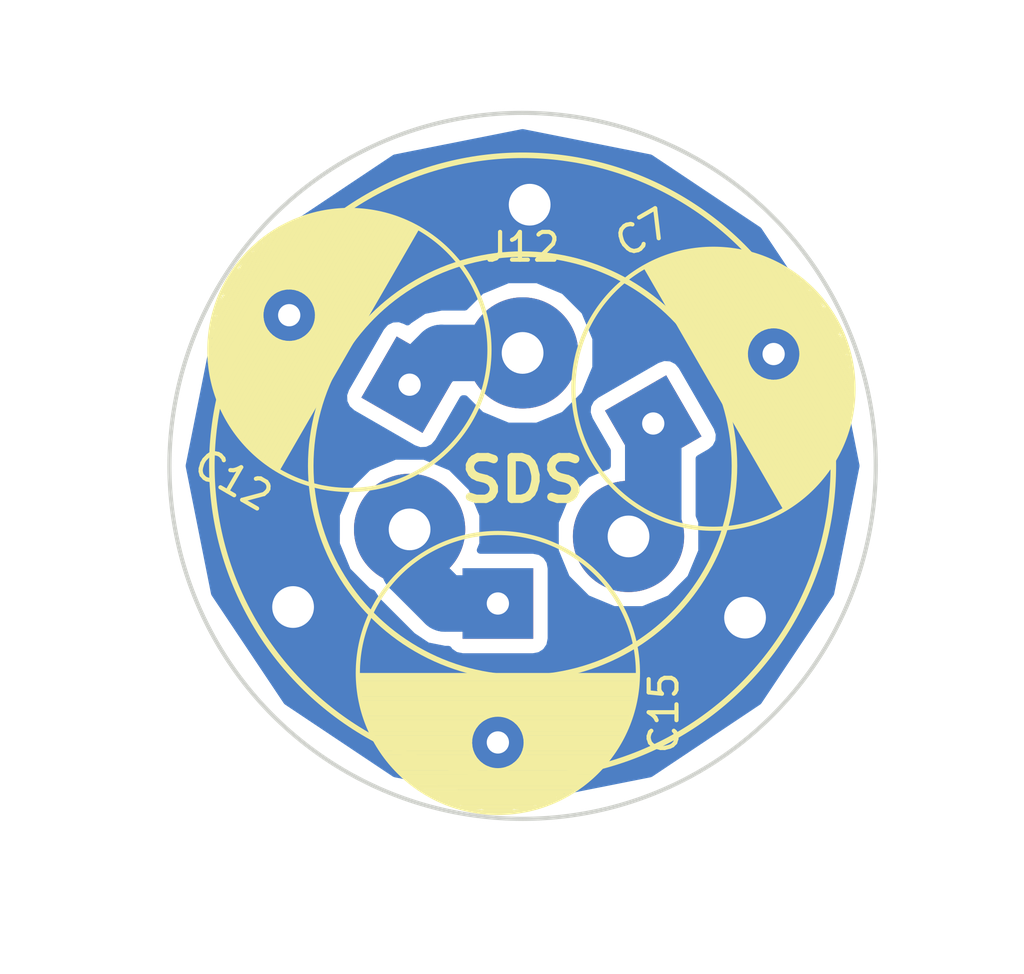
<source format=kicad_pcb>
(kicad_pcb (version 4) (host pcbnew 4.0.2-stable)

  (general
    (links 8)
    (no_connects 0)
    (area 128.393475 79.248 170.818525 114.300001)
    (thickness 1.6)
    (drawings 4)
    (tracks 8)
    (zones 0)
    (modules 9)
    (nets 5)
  )

  (page A4)
  (layers
    (0 F.Cu signal)
    (31 B.Cu signal)
    (32 B.Adhes user)
    (33 F.Adhes user)
    (34 B.Paste user)
    (35 F.Paste user)
    (36 B.SilkS user)
    (37 F.SilkS user)
    (38 B.Mask user)
    (39 F.Mask user)
    (40 Dwgs.User user)
    (41 Cmts.User user)
    (42 Eco1.User user)
    (43 Eco2.User user)
    (44 Edge.Cuts user)
    (45 Margin user)
    (46 B.CrtYd user)
    (47 F.CrtYd user)
    (48 B.Fab user)
    (49 F.Fab user)
  )

  (setup
    (last_trace_width 0.25)
    (user_trace_width 0.762)
    (user_trace_width 1.27)
    (user_trace_width 2.032)
    (user_trace_width 2.54)
    (user_trace_width 5.08)
    (trace_clearance 0.2)
    (zone_clearance 0.508)
    (zone_45_only no)
    (trace_min 0.2)
    (segment_width 0.2)
    (edge_width 0.15)
    (via_size 0.6)
    (via_drill 0.4)
    (via_min_size 0.4)
    (via_min_drill 0.3)
    (uvia_size 0.3)
    (uvia_drill 0.1)
    (uvias_allowed no)
    (uvia_min_size 0.2)
    (uvia_min_drill 0.1)
    (pcb_text_width 0.3)
    (pcb_text_size 1.5 1.5)
    (mod_edge_width 0.15)
    (mod_text_size 1 1)
    (mod_text_width 0.15)
    (pad_size 2.54 2.54)
    (pad_drill 0.8)
    (pad_to_mask_clearance 0.2)
    (aux_axis_origin 0 0)
    (visible_elements FFFFFF7F)
    (pcbplotparams
      (layerselection 0x00030_80000001)
      (usegerberextensions false)
      (excludeedgelayer true)
      (linewidth 0.100000)
      (plotframeref false)
      (viasonmask false)
      (mode 1)
      (useauxorigin false)
      (hpglpennumber 1)
      (hpglpenspeed 20)
      (hpglpendiameter 15)
      (hpglpenoverlay 2)
      (psnegative false)
      (psa4output false)
      (plotreference true)
      (plotvalue true)
      (plotinvisibletext false)
      (padsonsilk false)
      (subtractmaskfromsilk false)
      (outputformat 1)
      (mirror false)
      (drillshape 1)
      (scaleselection 1)
      (outputdirectory ""))
  )

  (net 0 "")
  (net 1 "Net-(C7-Pad1)")
  (net 2 GND)
  (net 3 "Net-(C12-Pad1)")
  (net 4 "Net-(C15-Pad1)")

  (net_class Default "This is the default net class."
    (clearance 0.2)
    (trace_width 0.25)
    (via_dia 0.6)
    (via_drill 0.4)
    (uvia_dia 0.3)
    (uvia_drill 0.1)
    (add_net GND)
    (add_net "Net-(C12-Pad1)")
    (add_net "Net-(C15-Pad1)")
    (add_net "Net-(C7-Pad1)")
  )

  (module Capacitors_THT:C_Radial_D10_L25_P5 (layer F.Cu) (tedit 5A1A033F) (tstamp 5A1AAFB5)
    (at 155.067 94.488 30)
    (descr "Radial Electrolytic Capacitor Diameter 10mm x Length 25mm, Pitch 5mm")
    (tags "Electrolytic Capacitor")
    (path /5A19A07A)
    (fp_text reference C7 (at 3.099044 -6.129702 30) (layer F.SilkS)
      (effects (font (size 1 1) (thickness 0.15)))
    )
    (fp_text value "16uF 400v" (at 3.07169 0.013677 120) (layer F.Fab)
      (effects (font (size 1 1) (thickness 0.15)))
    )
    (fp_line (start 2.575 -4.999) (end 2.575 4.999) (layer F.SilkS) (width 0.15))
    (fp_line (start 2.715 -4.995) (end 2.715 4.995) (layer F.SilkS) (width 0.15))
    (fp_line (start 2.855 -4.987) (end 2.855 4.987) (layer F.SilkS) (width 0.15))
    (fp_line (start 2.995 -4.975) (end 2.995 4.975) (layer F.SilkS) (width 0.15))
    (fp_line (start 3.135 -4.96) (end 3.135 4.96) (layer F.SilkS) (width 0.15))
    (fp_line (start 3.275 -4.94) (end 3.275 4.94) (layer F.SilkS) (width 0.15))
    (fp_line (start 3.415 -4.916) (end 3.415 4.916) (layer F.SilkS) (width 0.15))
    (fp_line (start 3.555 -4.887) (end 3.555 4.887) (layer F.SilkS) (width 0.15))
    (fp_line (start 3.695 -4.855) (end 3.695 4.855) (layer F.SilkS) (width 0.15))
    (fp_line (start 3.835 -4.818) (end 3.835 4.818) (layer F.SilkS) (width 0.15))
    (fp_line (start 3.975 -4.777) (end 3.975 4.777) (layer F.SilkS) (width 0.15))
    (fp_line (start 4.115 -4.732) (end 4.115 -0.466) (layer F.SilkS) (width 0.15))
    (fp_line (start 4.115 0.466) (end 4.115 4.732) (layer F.SilkS) (width 0.15))
    (fp_line (start 4.255 -4.682) (end 4.255 -0.667) (layer F.SilkS) (width 0.15))
    (fp_line (start 4.255 0.667) (end 4.255 4.682) (layer F.SilkS) (width 0.15))
    (fp_line (start 4.395 -4.627) (end 4.395 -0.796) (layer F.SilkS) (width 0.15))
    (fp_line (start 4.395 0.796) (end 4.395 4.627) (layer F.SilkS) (width 0.15))
    (fp_line (start 4.535 -4.567) (end 4.535 -0.885) (layer F.SilkS) (width 0.15))
    (fp_line (start 4.535 0.885) (end 4.535 4.567) (layer F.SilkS) (width 0.15))
    (fp_line (start 4.675 -4.502) (end 4.675 -0.946) (layer F.SilkS) (width 0.15))
    (fp_line (start 4.675 0.946) (end 4.675 4.502) (layer F.SilkS) (width 0.15))
    (fp_line (start 4.815 -4.432) (end 4.815 -0.983) (layer F.SilkS) (width 0.15))
    (fp_line (start 4.815 0.983) (end 4.815 4.432) (layer F.SilkS) (width 0.15))
    (fp_line (start 4.955 -4.356) (end 4.955 -0.999) (layer F.SilkS) (width 0.15))
    (fp_line (start 4.955 0.999) (end 4.955 4.356) (layer F.SilkS) (width 0.15))
    (fp_line (start 5.095 -4.274) (end 5.095 -0.995) (layer F.SilkS) (width 0.15))
    (fp_line (start 5.095 0.995) (end 5.095 4.274) (layer F.SilkS) (width 0.15))
    (fp_line (start 5.235 -4.186) (end 5.235 -0.972) (layer F.SilkS) (width 0.15))
    (fp_line (start 5.235 0.972) (end 5.235 4.186) (layer F.SilkS) (width 0.15))
    (fp_line (start 5.375 -4.091) (end 5.375 -0.927) (layer F.SilkS) (width 0.15))
    (fp_line (start 5.375 0.927) (end 5.375 4.091) (layer F.SilkS) (width 0.15))
    (fp_line (start 5.515 -3.989) (end 5.515 -0.857) (layer F.SilkS) (width 0.15))
    (fp_line (start 5.515 0.857) (end 5.515 3.989) (layer F.SilkS) (width 0.15))
    (fp_line (start 5.655 -3.879) (end 5.655 -0.756) (layer F.SilkS) (width 0.15))
    (fp_line (start 5.655 0.756) (end 5.655 3.879) (layer F.SilkS) (width 0.15))
    (fp_line (start 5.795 -3.761) (end 5.795 -0.607) (layer F.SilkS) (width 0.15))
    (fp_line (start 5.795 0.607) (end 5.795 3.761) (layer F.SilkS) (width 0.15))
    (fp_line (start 5.935 -3.633) (end 5.935 -0.355) (layer F.SilkS) (width 0.15))
    (fp_line (start 5.935 0.355) (end 5.935 3.633) (layer F.SilkS) (width 0.15))
    (fp_line (start 6.075 -3.496) (end 6.075 3.496) (layer F.SilkS) (width 0.15))
    (fp_line (start 6.215 -3.346) (end 6.215 3.346) (layer F.SilkS) (width 0.15))
    (fp_line (start 6.355 -3.184) (end 6.355 3.184) (layer F.SilkS) (width 0.15))
    (fp_line (start 6.495 -3.007) (end 6.495 3.007) (layer F.SilkS) (width 0.15))
    (fp_line (start 6.635 -2.811) (end 6.635 2.811) (layer F.SilkS) (width 0.15))
    (fp_line (start 6.775 -2.593) (end 6.775 2.593) (layer F.SilkS) (width 0.15))
    (fp_line (start 6.915 -2.347) (end 6.915 2.347) (layer F.SilkS) (width 0.15))
    (fp_line (start 7.055 -2.062) (end 7.055 2.062) (layer F.SilkS) (width 0.15))
    (fp_line (start 7.195 -1.72) (end 7.195 1.72) (layer F.SilkS) (width 0.15))
    (fp_line (start 7.335 -1.274) (end 7.335 1.274) (layer F.SilkS) (width 0.15))
    (fp_line (start 7.475 -0.499) (end 7.475 0.499) (layer F.SilkS) (width 0.15))
    (fp_circle (center 5 0) (end 5 -1) (layer F.SilkS) (width 0.15))
    (fp_circle (center 2.5 0) (end 2.5 -5.0375) (layer F.SilkS) (width 0.15))
    (fp_circle (center 2.5 0) (end 2.5 -5.3) (layer F.CrtYd) (width 0.05))
    (pad 1 thru_hole rect (at 0 0 30) (size 2.54 2.54) (drill 0.8) (layers *.Cu *.Mask)
      (net 1 "Net-(C7-Pad1)"))
    (pad 2 thru_hole circle (at 5 0 30) (size 2.54 2.54) (drill 0.8) (layers *.Cu *.Mask)
      (net 2 GND))
    (model Capacitors_ThroughHole.3dshapes/C_Radial_D10_L25_P5.wrl
      (at (xyz 0.098425 0 0))
      (scale (xyz 1 1 1))
      (rotate (xyz 0 0 90))
    )
  )

  (module Capacitors_THT:C_Radial_D10_L25_P5 (layer F.Cu) (tedit 5A1A034F) (tstamp 5A1AAFF0)
    (at 146.304 93.091 150)
    (descr "Radial Electrolytic Capacitor Diameter 10mm x Length 25mm, Pitch 5mm")
    (tags "Electrolytic Capacitor")
    (path /5A19A09F)
    (fp_text reference C12 (at 3.784761 -6.144601 150) (layer F.SilkS)
      (effects (font (size 1 1) (thickness 0.15)))
    )
    (fp_text value "16uf 400v" (at 3.19869 0.206293 240) (layer F.Fab)
      (effects (font (size 1 1) (thickness 0.15)))
    )
    (fp_line (start 2.575 -4.999) (end 2.575 4.999) (layer F.SilkS) (width 0.15))
    (fp_line (start 2.715 -4.995) (end 2.715 4.995) (layer F.SilkS) (width 0.15))
    (fp_line (start 2.855 -4.987) (end 2.855 4.987) (layer F.SilkS) (width 0.15))
    (fp_line (start 2.995 -4.975) (end 2.995 4.975) (layer F.SilkS) (width 0.15))
    (fp_line (start 3.135 -4.96) (end 3.135 4.96) (layer F.SilkS) (width 0.15))
    (fp_line (start 3.275 -4.94) (end 3.275 4.94) (layer F.SilkS) (width 0.15))
    (fp_line (start 3.415 -4.916) (end 3.415 4.916) (layer F.SilkS) (width 0.15))
    (fp_line (start 3.555 -4.887) (end 3.555 4.887) (layer F.SilkS) (width 0.15))
    (fp_line (start 3.695 -4.855) (end 3.695 4.855) (layer F.SilkS) (width 0.15))
    (fp_line (start 3.835 -4.818) (end 3.835 4.818) (layer F.SilkS) (width 0.15))
    (fp_line (start 3.975 -4.777) (end 3.975 4.777) (layer F.SilkS) (width 0.15))
    (fp_line (start 4.115 -4.732) (end 4.115 -0.466) (layer F.SilkS) (width 0.15))
    (fp_line (start 4.115 0.466) (end 4.115 4.732) (layer F.SilkS) (width 0.15))
    (fp_line (start 4.255 -4.682) (end 4.255 -0.667) (layer F.SilkS) (width 0.15))
    (fp_line (start 4.255 0.667) (end 4.255 4.682) (layer F.SilkS) (width 0.15))
    (fp_line (start 4.395 -4.627) (end 4.395 -0.796) (layer F.SilkS) (width 0.15))
    (fp_line (start 4.395 0.796) (end 4.395 4.627) (layer F.SilkS) (width 0.15))
    (fp_line (start 4.535 -4.567) (end 4.535 -0.885) (layer F.SilkS) (width 0.15))
    (fp_line (start 4.535 0.885) (end 4.535 4.567) (layer F.SilkS) (width 0.15))
    (fp_line (start 4.675 -4.502) (end 4.675 -0.946) (layer F.SilkS) (width 0.15))
    (fp_line (start 4.675 0.946) (end 4.675 4.502) (layer F.SilkS) (width 0.15))
    (fp_line (start 4.815 -4.432) (end 4.815 -0.983) (layer F.SilkS) (width 0.15))
    (fp_line (start 4.815 0.983) (end 4.815 4.432) (layer F.SilkS) (width 0.15))
    (fp_line (start 4.955 -4.356) (end 4.955 -0.999) (layer F.SilkS) (width 0.15))
    (fp_line (start 4.955 0.999) (end 4.955 4.356) (layer F.SilkS) (width 0.15))
    (fp_line (start 5.095 -4.274) (end 5.095 -0.995) (layer F.SilkS) (width 0.15))
    (fp_line (start 5.095 0.995) (end 5.095 4.274) (layer F.SilkS) (width 0.15))
    (fp_line (start 5.235 -4.186) (end 5.235 -0.972) (layer F.SilkS) (width 0.15))
    (fp_line (start 5.235 0.972) (end 5.235 4.186) (layer F.SilkS) (width 0.15))
    (fp_line (start 5.375 -4.091) (end 5.375 -0.927) (layer F.SilkS) (width 0.15))
    (fp_line (start 5.375 0.927) (end 5.375 4.091) (layer F.SilkS) (width 0.15))
    (fp_line (start 5.515 -3.989) (end 5.515 -0.857) (layer F.SilkS) (width 0.15))
    (fp_line (start 5.515 0.857) (end 5.515 3.989) (layer F.SilkS) (width 0.15))
    (fp_line (start 5.655 -3.879) (end 5.655 -0.756) (layer F.SilkS) (width 0.15))
    (fp_line (start 5.655 0.756) (end 5.655 3.879) (layer F.SilkS) (width 0.15))
    (fp_line (start 5.795 -3.761) (end 5.795 -0.607) (layer F.SilkS) (width 0.15))
    (fp_line (start 5.795 0.607) (end 5.795 3.761) (layer F.SilkS) (width 0.15))
    (fp_line (start 5.935 -3.633) (end 5.935 -0.355) (layer F.SilkS) (width 0.15))
    (fp_line (start 5.935 0.355) (end 5.935 3.633) (layer F.SilkS) (width 0.15))
    (fp_line (start 6.075 -3.496) (end 6.075 3.496) (layer F.SilkS) (width 0.15))
    (fp_line (start 6.215 -3.346) (end 6.215 3.346) (layer F.SilkS) (width 0.15))
    (fp_line (start 6.355 -3.184) (end 6.355 3.184) (layer F.SilkS) (width 0.15))
    (fp_line (start 6.495 -3.007) (end 6.495 3.007) (layer F.SilkS) (width 0.15))
    (fp_line (start 6.635 -2.811) (end 6.635 2.811) (layer F.SilkS) (width 0.15))
    (fp_line (start 6.775 -2.593) (end 6.775 2.593) (layer F.SilkS) (width 0.15))
    (fp_line (start 6.915 -2.347) (end 6.915 2.347) (layer F.SilkS) (width 0.15))
    (fp_line (start 7.055 -2.062) (end 7.055 2.062) (layer F.SilkS) (width 0.15))
    (fp_line (start 7.195 -1.72) (end 7.195 1.72) (layer F.SilkS) (width 0.15))
    (fp_line (start 7.335 -1.274) (end 7.335 1.274) (layer F.SilkS) (width 0.15))
    (fp_line (start 7.475 -0.499) (end 7.475 0.499) (layer F.SilkS) (width 0.15))
    (fp_circle (center 5 0) (end 5 -1) (layer F.SilkS) (width 0.15))
    (fp_circle (center 2.5 0) (end 2.5 -5.0375) (layer F.SilkS) (width 0.15))
    (fp_circle (center 2.5 0) (end 2.5 -5.3) (layer F.CrtYd) (width 0.05))
    (pad 1 thru_hole rect (at 0 0 150) (size 2.54 2.54) (drill 0.8) (layers *.Cu *.Mask)
      (net 3 "Net-(C12-Pad1)"))
    (pad 2 thru_hole circle (at 5 0 150) (size 2.54 2.54) (drill 0.8) (layers *.Cu *.Mask)
      (net 2 GND))
    (model Capacitors_ThroughHole.3dshapes/C_Radial_D10_L25_P5.wrl
      (at (xyz 0.098425 0 0))
      (scale (xyz 1 1 1))
      (rotate (xyz 0 0 90))
    )
  )

  (module Capacitors_THT:C_Radial_D10_L25_P5 (layer F.Cu) (tedit 5A1A0316) (tstamp 5A1AB02B)
    (at 149.479 100.965 270)
    (descr "Radial Electrolytic Capacitor Diameter 10mm x Length 25mm, Pitch 5mm")
    (tags "Electrolytic Capacitor")
    (path /5A19A0BA)
    (fp_text reference C15 (at 3.937 -5.969 270) (layer F.SilkS)
      (effects (font (size 1 1) (thickness 0.15)))
    )
    (fp_text value "16uf 400v" (at 3.175 0 360) (layer F.Fab)
      (effects (font (size 1 1) (thickness 0.15)))
    )
    (fp_line (start 2.575 -4.999) (end 2.575 4.999) (layer F.SilkS) (width 0.15))
    (fp_line (start 2.715 -4.995) (end 2.715 4.995) (layer F.SilkS) (width 0.15))
    (fp_line (start 2.855 -4.987) (end 2.855 4.987) (layer F.SilkS) (width 0.15))
    (fp_line (start 2.995 -4.975) (end 2.995 4.975) (layer F.SilkS) (width 0.15))
    (fp_line (start 3.135 -4.96) (end 3.135 4.96) (layer F.SilkS) (width 0.15))
    (fp_line (start 3.275 -4.94) (end 3.275 4.94) (layer F.SilkS) (width 0.15))
    (fp_line (start 3.415 -4.916) (end 3.415 4.916) (layer F.SilkS) (width 0.15))
    (fp_line (start 3.555 -4.887) (end 3.555 4.887) (layer F.SilkS) (width 0.15))
    (fp_line (start 3.695 -4.855) (end 3.695 4.855) (layer F.SilkS) (width 0.15))
    (fp_line (start 3.835 -4.818) (end 3.835 4.818) (layer F.SilkS) (width 0.15))
    (fp_line (start 3.975 -4.777) (end 3.975 4.777) (layer F.SilkS) (width 0.15))
    (fp_line (start 4.115 -4.732) (end 4.115 -0.466) (layer F.SilkS) (width 0.15))
    (fp_line (start 4.115 0.466) (end 4.115 4.732) (layer F.SilkS) (width 0.15))
    (fp_line (start 4.255 -4.682) (end 4.255 -0.667) (layer F.SilkS) (width 0.15))
    (fp_line (start 4.255 0.667) (end 4.255 4.682) (layer F.SilkS) (width 0.15))
    (fp_line (start 4.395 -4.627) (end 4.395 -0.796) (layer F.SilkS) (width 0.15))
    (fp_line (start 4.395 0.796) (end 4.395 4.627) (layer F.SilkS) (width 0.15))
    (fp_line (start 4.535 -4.567) (end 4.535 -0.885) (layer F.SilkS) (width 0.15))
    (fp_line (start 4.535 0.885) (end 4.535 4.567) (layer F.SilkS) (width 0.15))
    (fp_line (start 4.675 -4.502) (end 4.675 -0.946) (layer F.SilkS) (width 0.15))
    (fp_line (start 4.675 0.946) (end 4.675 4.502) (layer F.SilkS) (width 0.15))
    (fp_line (start 4.815 -4.432) (end 4.815 -0.983) (layer F.SilkS) (width 0.15))
    (fp_line (start 4.815 0.983) (end 4.815 4.432) (layer F.SilkS) (width 0.15))
    (fp_line (start 4.955 -4.356) (end 4.955 -0.999) (layer F.SilkS) (width 0.15))
    (fp_line (start 4.955 0.999) (end 4.955 4.356) (layer F.SilkS) (width 0.15))
    (fp_line (start 5.095 -4.274) (end 5.095 -0.995) (layer F.SilkS) (width 0.15))
    (fp_line (start 5.095 0.995) (end 5.095 4.274) (layer F.SilkS) (width 0.15))
    (fp_line (start 5.235 -4.186) (end 5.235 -0.972) (layer F.SilkS) (width 0.15))
    (fp_line (start 5.235 0.972) (end 5.235 4.186) (layer F.SilkS) (width 0.15))
    (fp_line (start 5.375 -4.091) (end 5.375 -0.927) (layer F.SilkS) (width 0.15))
    (fp_line (start 5.375 0.927) (end 5.375 4.091) (layer F.SilkS) (width 0.15))
    (fp_line (start 5.515 -3.989) (end 5.515 -0.857) (layer F.SilkS) (width 0.15))
    (fp_line (start 5.515 0.857) (end 5.515 3.989) (layer F.SilkS) (width 0.15))
    (fp_line (start 5.655 -3.879) (end 5.655 -0.756) (layer F.SilkS) (width 0.15))
    (fp_line (start 5.655 0.756) (end 5.655 3.879) (layer F.SilkS) (width 0.15))
    (fp_line (start 5.795 -3.761) (end 5.795 -0.607) (layer F.SilkS) (width 0.15))
    (fp_line (start 5.795 0.607) (end 5.795 3.761) (layer F.SilkS) (width 0.15))
    (fp_line (start 5.935 -3.633) (end 5.935 -0.355) (layer F.SilkS) (width 0.15))
    (fp_line (start 5.935 0.355) (end 5.935 3.633) (layer F.SilkS) (width 0.15))
    (fp_line (start 6.075 -3.496) (end 6.075 3.496) (layer F.SilkS) (width 0.15))
    (fp_line (start 6.215 -3.346) (end 6.215 3.346) (layer F.SilkS) (width 0.15))
    (fp_line (start 6.355 -3.184) (end 6.355 3.184) (layer F.SilkS) (width 0.15))
    (fp_line (start 6.495 -3.007) (end 6.495 3.007) (layer F.SilkS) (width 0.15))
    (fp_line (start 6.635 -2.811) (end 6.635 2.811) (layer F.SilkS) (width 0.15))
    (fp_line (start 6.775 -2.593) (end 6.775 2.593) (layer F.SilkS) (width 0.15))
    (fp_line (start 6.915 -2.347) (end 6.915 2.347) (layer F.SilkS) (width 0.15))
    (fp_line (start 7.055 -2.062) (end 7.055 2.062) (layer F.SilkS) (width 0.15))
    (fp_line (start 7.195 -1.72) (end 7.195 1.72) (layer F.SilkS) (width 0.15))
    (fp_line (start 7.335 -1.274) (end 7.335 1.274) (layer F.SilkS) (width 0.15))
    (fp_line (start 7.475 -0.499) (end 7.475 0.499) (layer F.SilkS) (width 0.15))
    (fp_circle (center 5 0) (end 5 -1) (layer F.SilkS) (width 0.15))
    (fp_circle (center 2.5 0) (end 2.5 -5.0375) (layer F.SilkS) (width 0.15))
    (fp_circle (center 2.5 0) (end 2.5 -5.3) (layer F.CrtYd) (width 0.05))
    (pad 1 thru_hole rect (at 0 0 270) (size 2.54 2.54) (drill 0.8) (layers *.Cu *.Mask)
      (net 4 "Net-(C15-Pad1)"))
    (pad 2 thru_hole circle (at 5 0 270) (size 2.54 2.54) (drill 0.8) (layers *.Cu *.Mask)
      (net 2 GND))
    (model Capacitors_ThroughHole.3dshapes/C_Radial_D10_L25_P5.wrl
      (at (xyz 0.0984252 0 0))
      (scale (xyz 1 1 1))
      (rotate (xyz 0 0 90))
    )
  )

  (module Wire_Pads:SolderWirePad_single_1-5mmDrill (layer F.Cu) (tedit 5A1A03C9) (tstamp 5A1E70E0)
    (at 154.178 98.552)
    (path /5A19A1E2)
    (fp_text reference J7 (at 0 -3.81) (layer F.SilkS) hide
      (effects (font (size 1 1) (thickness 0.15)))
    )
    (fp_text value Conn_01x01 (at -0.635 3.81) (layer F.Fab) hide
      (effects (font (size 1 1) (thickness 0.15)))
    )
    (pad 1 thru_hole circle (at 0 0) (size 4.0005 4.0005) (drill 1.50114) (layers *.Cu *.Mask)
      (net 1 "Net-(C7-Pad1)"))
  )

  (module Wire_Pads:SolderWirePad_single_1-5mmDrill (layer F.Cu) (tedit 5A19B2E0) (tstamp 5A1E70E5)
    (at 150.368 91.948)
    (path /5A19A233)
    (fp_text reference J12 (at 0 -3.81) (layer F.SilkS)
      (effects (font (size 1 1) (thickness 0.15)))
    )
    (fp_text value Conn_01x01 (at -0.635 3.81) (layer F.Fab) hide
      (effects (font (size 1 1) (thickness 0.15)))
    )
    (pad 1 thru_hole circle (at 0 0) (size 4.0005 4.0005) (drill 1.50114) (layers *.Cu *.Mask)
      (net 3 "Net-(C12-Pad1)"))
  )

  (module Wire_Pads:SolderWirePad_single_1-5mmDrill (layer F.Cu) (tedit 5A1A03BF) (tstamp 5A1E70EA)
    (at 146.304 98.298)
    (path /5A19A26B)
    (fp_text reference J15 (at 0 -3.81) (layer F.SilkS) hide
      (effects (font (size 1 1) (thickness 0.15)))
    )
    (fp_text value Conn_01x01 (at -0.635 3.81) (layer F.Fab) hide
      (effects (font (size 1 1) (thickness 0.15)))
    )
    (pad 1 thru_hole circle (at 0 0) (size 4.0005 4.0005) (drill 1.50114) (layers *.Cu *.Mask)
      (net 4 "Net-(C15-Pad1)"))
  )

  (module Wire_Pads:SolderWirePad_single_1-5mmDrill (layer F.Cu) (tedit 5A1A030E) (tstamp 5A301930)
    (at 150.622 86.614)
    (fp_text reference REF** (at 0 -3.81) (layer F.SilkS) hide
      (effects (font (size 1 1) (thickness 0.15)))
    )
    (fp_text value SolderWirePad_single_1-5mmDrill (at -0.635 3.81) (layer F.Fab) hide
      (effects (font (size 1 1) (thickness 0.15)))
    )
    (pad 1 thru_hole circle (at 0 0) (size 4.0005 4.0005) (drill 1.50114) (layers *.Cu *.Mask)
      (net 2 GND))
  )

  (module Wire_Pads:SolderWirePad_single_1-5mmDrill (layer F.Cu) (tedit 5A1A0300) (tstamp 5A301939)
    (at 158.369 101.473)
    (fp_text reference REF** (at 0 -3.81) (layer F.SilkS) hide
      (effects (font (size 1 1) (thickness 0.15)))
    )
    (fp_text value SolderWirePad_single_1-5mmDrill (at -0.635 3.81) (layer F.Fab) hide
      (effects (font (size 1 1) (thickness 0.15)))
    )
    (pad 1 thru_hole circle (at 0 0) (size 4.0005 4.0005) (drill 1.50114) (layers *.Cu *.Mask)
      (net 2 GND))
  )

  (module Wire_Pads:SolderWirePad_single_1-5mmDrill (layer F.Cu) (tedit 5A1A02EC) (tstamp 5A301942)
    (at 142.113 101.092)
    (fp_text reference REF** (at 0 -3.81) (layer F.SilkS) hide
      (effects (font (size 1 1) (thickness 0.15)))
    )
    (fp_text value SolderWirePad_single_1-5mmDrill (at -0.635 3.81) (layer F.Fab) hide
      (effects (font (size 1 1) (thickness 0.15)))
    )
    (pad 1 thru_hole circle (at 0 0) (size 4.0005 4.0005) (drill 1.50114) (layers *.Cu *.Mask)
      (net 2 GND))
  )

  (gr_text SDS (at 150.368 96.52) (layer F.SilkS)
    (effects (font (size 1.5 1.5) (thickness 0.3)))
  )
  (gr_circle (center 150.368 96.012) (end 161.544 96.012) (layer F.SilkS) (width 0.2))
  (gr_circle (center 150.368 96.012) (end 157.988 96.012) (layer F.SilkS) (width 0.2))
  (gr_circle (center 150.368 96.012) (end 163.068 96.266) (layer Edge.Cuts) (width 0.15))

  (segment (start 154.178 98.552) (end 154.559 98.552) (width 2.032) (layer B.Cu) (net 1))
  (segment (start 154.559 98.552) (end 155.067 98.044) (width 2.032) (layer B.Cu) (net 1) (tstamp 5A301C81))
  (segment (start 155.067 98.044) (end 155.067 94.488) (width 2.032) (layer B.Cu) (net 1) (tstamp 5A301C82))
  (segment (start 150.368 91.948) (end 147.447 91.948) (width 2.032) (layer B.Cu) (net 3))
  (segment (start 147.447 91.948) (end 146.304 93.091) (width 2.032) (layer B.Cu) (net 3) (tstamp 5A301C7A))
  (segment (start 146.304 98.298) (end 146.304 99.695) (width 2.032) (layer B.Cu) (net 4))
  (segment (start 146.304 99.695) (end 147.574 100.965) (width 2.032) (layer B.Cu) (net 4) (tstamp 5A301C7D))
  (segment (start 147.574 100.965) (end 149.479 100.965) (width 2.032) (layer B.Cu) (net 4) (tstamp 5A301C7E))

  (zone (net 2) (net_name GND) (layer B.Cu) (tstamp 5A301C85) (hatch edge 0.508)
    (connect_pads yes (clearance 0.508))
    (min_thickness 0.254)
    (fill yes (arc_segments 16) (thermal_gap 0.508) (thermal_bridge_width 0.508))
    (polygon
      (pts
        (xy 161.163 81.534) (xy 168.402 90.932) (xy 168.148 101.219) (xy 163.703 110.617) (xy 152.273 113.792)
        (xy 134.366 114.3) (xy 131.572 107.061) (xy 132.461 85.217) (xy 133.477 83.439) (xy 147.955 79.248)
      )
    )
    (filled_polygon
      (pts
        (xy 154.957346 84.932338) (xy 158.848006 87.531994) (xy 161.447662 91.422654) (xy 162.36054 96.012) (xy 161.447662 100.601346)
        (xy 158.848006 104.492006) (xy 154.957346 107.091662) (xy 150.368 108.00454) (xy 145.778654 107.091662) (xy 141.887994 104.492006)
        (xy 139.288338 100.601346) (xy 138.933984 98.819884) (xy 143.668293 98.819884) (xy 144.068641 99.788799) (xy 144.809302 100.530754)
        (xy 144.955512 100.591466) (xy 145.136567 100.862433) (xy 146.406567 102.132433) (xy 146.942189 102.490325) (xy 147.047013 102.511176)
        (xy 147.574 102.616) (xy 147.699582 102.616) (xy 147.74491 102.686441) (xy 147.95711 102.831431) (xy 148.209 102.88244)
        (xy 150.749 102.88244) (xy 150.984317 102.838162) (xy 151.200441 102.69909) (xy 151.345431 102.48689) (xy 151.39644 102.235)
        (xy 151.39644 99.695) (xy 151.352162 99.459683) (xy 151.21309 99.243559) (xy 151.00089 99.098569) (xy 150.878992 99.073884)
        (xy 151.542293 99.073884) (xy 151.942641 100.042799) (xy 152.683302 100.784754) (xy 153.651517 101.186792) (xy 154.699884 101.187707)
        (xy 155.668799 100.787359) (xy 156.410754 100.046698) (xy 156.812792 99.078483) (xy 156.813707 98.030116) (xy 156.718 97.798488)
        (xy 156.718 95.748863) (xy 157.125572 95.513551) (xy 157.307223 95.357547) (xy 157.424856 95.129045) (xy 157.444321 94.87278)
        (xy 157.362551 94.629132) (xy 156.092551 92.429428) (xy 155.936547 92.247777) (xy 155.708045 92.130144) (xy 155.45178 92.110679)
        (xy 155.208132 92.192449) (xy 153.008428 93.462449) (xy 152.826777 93.618453) (xy 152.709144 93.846955) (xy 152.689679 94.10322)
        (xy 152.771449 94.346868) (xy 153.416 95.463263) (xy 153.416 96.015507) (xy 152.687201 96.316641) (xy 151.945246 97.057302)
        (xy 151.543208 98.025517) (xy 151.542293 99.073884) (xy 150.878992 99.073884) (xy 150.749 99.04756) (xy 148.846162 99.04756)
        (xy 148.938792 98.824483) (xy 148.939707 97.776116) (xy 148.539359 96.807201) (xy 147.798698 96.065246) (xy 146.830483 95.663208)
        (xy 145.782116 95.662293) (xy 144.813201 96.062641) (xy 144.071246 96.803302) (xy 143.669208 97.771517) (xy 143.668293 98.819884)
        (xy 138.933984 98.819884) (xy 138.37546 96.012) (xy 138.88347 93.458061) (xy 143.929136 93.458061) (xy 143.941514 93.714766)
        (xy 144.052789 93.946431) (xy 144.245428 94.116551) (xy 146.445132 95.386551) (xy 146.671061 95.465864) (xy 146.927766 95.453486)
        (xy 147.159431 95.342211) (xy 147.329551 95.149572) (xy 148.224774 93.599) (xy 148.292563 93.599) (xy 148.873302 94.180754)
        (xy 149.841517 94.582792) (xy 150.889884 94.583707) (xy 151.858799 94.183359) (xy 152.600754 93.442698) (xy 153.002792 92.474483)
        (xy 153.003707 91.426116) (xy 152.603359 90.457201) (xy 151.862698 89.715246) (xy 150.894483 89.313208) (xy 149.846116 89.312293)
        (xy 148.877201 89.712641) (xy 148.291821 90.297) (xy 147.447 90.297) (xy 146.815189 90.422675) (xy 146.279567 90.780567)
        (xy 146.227417 90.832717) (xy 146.162868 90.795449) (xy 145.936939 90.716136) (xy 145.680234 90.728514) (xy 145.448569 90.839789)
        (xy 145.278449 91.032428) (xy 144.008449 93.232132) (xy 143.929136 93.458061) (xy 138.88347 93.458061) (xy 139.288338 91.422654)
        (xy 141.887994 87.531994) (xy 145.778654 84.932338) (xy 150.368 84.01946)
      )
    )
  )
)

</source>
